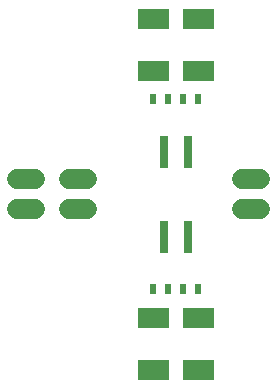
<source format=gbr>
G04 EAGLE Gerber X2 export*
%TF.Part,Single*%
%TF.FileFunction,Soldermask,Top,1*%
%TF.FilePolarity,Negative*%
%TF.GenerationSoftware,Autodesk,EAGLE,8.6.1*%
%TF.CreationDate,2018-02-11T16:56:18Z*%
G75*
%MOMM*%
%FSLAX34Y34*%
%LPD*%
%AMOC8*
5,1,8,0,0,1.08239X$1,22.5*%
G01*
%ADD10R,0.653200X1.653200*%
%ADD11R,0.603200X0.903200*%
%ADD12R,0.783200X2.703200*%
%ADD13C,1.727200*%


D10*
X171625Y101675D03*
X165125Y101675D03*
X158625Y101675D03*
X152125Y101675D03*
X171625Y57675D03*
X165125Y57675D03*
X158625Y57675D03*
X152125Y57675D03*
X190325Y311075D03*
X196825Y311075D03*
X203325Y311075D03*
X209825Y311075D03*
X190325Y355075D03*
X196825Y355075D03*
X203325Y355075D03*
X209825Y355075D03*
X152225Y311075D03*
X158725Y311075D03*
X165225Y311075D03*
X171725Y311075D03*
X152225Y355075D03*
X158725Y355075D03*
X165225Y355075D03*
X171725Y355075D03*
X209725Y101675D03*
X203225Y101675D03*
X196725Y101675D03*
X190225Y101675D03*
X209725Y57675D03*
X203225Y57675D03*
X196725Y57675D03*
X190225Y57675D03*
D11*
X200075Y286675D03*
X187375Y286675D03*
X174675Y286675D03*
X161975Y286675D03*
D12*
X190975Y242175D03*
X170975Y242175D03*
D11*
X161875Y126075D03*
X174575Y126075D03*
X187275Y126075D03*
X199975Y126075D03*
D12*
X170975Y170575D03*
X190975Y170575D03*
D13*
X236855Y193675D02*
X252095Y193675D01*
X252095Y219075D02*
X236855Y219075D01*
X106045Y193675D02*
X90805Y193675D01*
X90805Y219075D02*
X106045Y219075D01*
X61595Y193675D02*
X46355Y193675D01*
X46355Y219075D02*
X61595Y219075D01*
M02*

</source>
